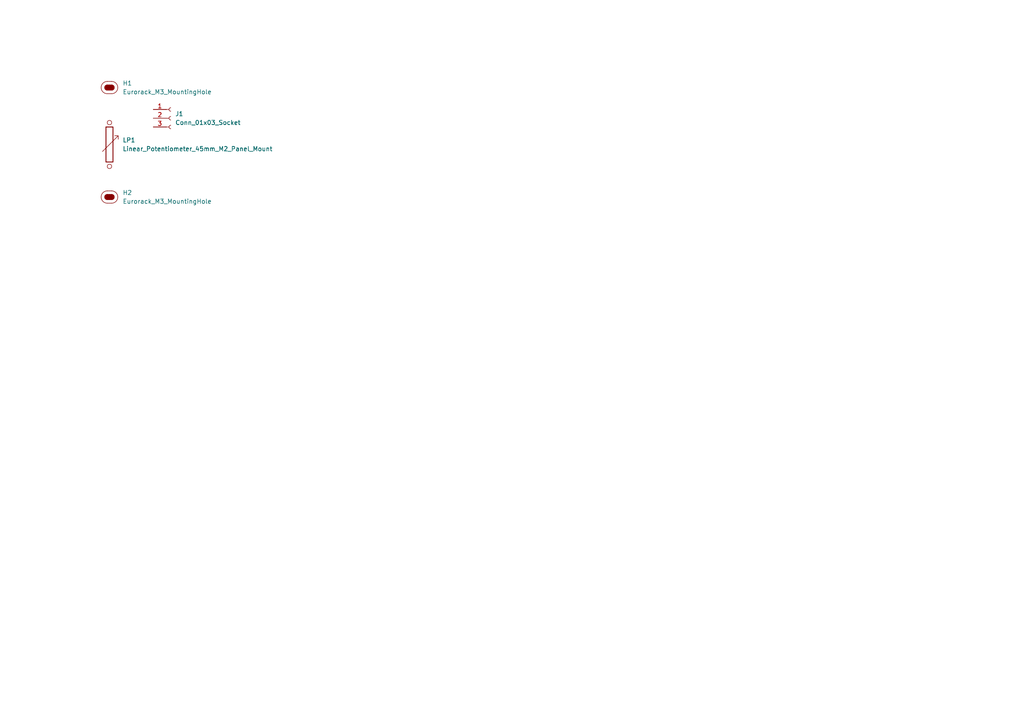
<source format=kicad_sch>
(kicad_sch (version 20231120) (generator "eeschema") (generator_version "8.0")
  (paper "A4")
  (lib_symbols
    (symbol "Connector:Conn_01x03_Socket" (pin_names (offset 1.016) hide)
      (property "Reference" "J" (at 0 5.08 0))
      (property "Value" "Conn_01x03_Socket" (at 0 -5.08 0))
      (symbol "Conn_01x03_Socket_1_1"
        (arc (start 0 -2.032) (mid -0.5058 -2.54) (end 0 -3.048) (stroke (width 0.1524)))
        (polyline (pts (xy -1.27 -2.54) (xy -0.508 -2.54)) (stroke (width 0.1524)))
        (polyline (pts (xy -1.27 0) (xy -0.508 0)) (stroke (width 0.1524)))
        (polyline (pts (xy -1.27 2.54) (xy -0.508 2.54)) (stroke (width 0.1524)))
        (arc (start 0 0.508) (mid -0.5058 0) (end 0 -0.508) (stroke (width 0.1524)))
        (arc (start 0 3.048) (mid -0.5058 2.54) (end 0 2.032) (stroke (width 0.1524)))
        (pin passive line (at -5.08 2.54 0) (length 3.81) (name "Pin_1") (number "1"))
        (pin passive line (at -5.08 0 0) (length 3.81) (name "Pin_2") (number "2"))
        (pin passive line (at -5.08 -2.54 0) (length 3.81) (name "Pin_3") (number "3"))
      )
    )
    (symbol "EXC:Eurorack_M3_MountingHole" (pin_names (offset 1.016)) (exclude_from_sim yes) (in_bom no)
      (property "Reference" "H" (at 0 5.08 0))
      (property "Value" "Eurorack_M3_MountingHole" (at 0 3.175 0))
      (symbol "Eurorack_M3_MountingHole_0_1"
        (circle (center -0.635 0) (radius 0.762) (fill (type outline)))
        (arc (start -0.635 0.762) (mid -1.397 0) (end -0.635 -0.762))
        (arc (start -0.635 1.778) (mid -2.413 0) (end -0.635 -1.778))
        (polyline (pts (xy -0.635 -1.778) (xy 0.635 -1.778)))
        (polyline (pts (xy -0.635 -0.762) (xy 0.635 -0.762)))
        (polyline (pts (xy -0.635 0.762) (xy 0.635 0.762)))
        (polyline (pts (xy 0.635 1.778) (xy -0.635 1.778)))
        (circle (center 0 0) (radius 0.762) (fill (type outline)))
        (arc (start 0.6141 -1.778) (mid 2.4131 0) (end 0.6141 1.778))
        (arc (start 0.6227 -0.762) (mid 1.3971 0) (end 0.6227 0.762))
        (circle (center 0.635 0) (radius 0.762) (fill (type outline)))
      )
    )
    (symbol "EXC:Linear_Potentiometer_45mm_M2_Panel_Mount" (pin_numbers hide) (pin_names (offset 0))
      (property "Reference" "LP" (at 0 8.128 0))
      (property "Value" "Linear_Potentiometer_45mm_M2_Panel_Mount" (at 0.254 -8.636 0))
      (symbol "Linear_Potentiometer_45mm_M2_Panel_Mount_0_1"
        (rectangle (start -1.016 5.08) (end 1.016 -5.08) (stroke (width 0.254)))
        (circle (center 0 -6.35) (radius 0.635))
        (polyline (pts (xy 2.54 1.524) (xy 2.54 2.54) (xy 1.524 2.54) (xy 2.54 2.54) (xy -2.032 -2.032)))
        (circle (center 0 6.35) (radius 0.635))
      )
    )
  )
  (symbol (lib_id "EXC:Eurorack_M3_MountingHole") (at 31.75 57.15 0) (unit 1) (exclude_from_sim yes) (in_bom no)
    (property "Reference" "H2" (at 35.56 55.8799 0) (effects (justify left)))
    (property "Value" "Eurorack_M3_MountingHole" (at 35.56 58.4199 0) (effects (justify left)))
    (property "Footprint" "EXC:MountingHole_3.2mm_M3" (effects (hide yes)))
    (property "Description" "Mounting Hole without connection" (effects (hide yes)))
  )
  (symbol (lib_id "EXC:Linear_Potentiometer_45mm_M2_Panel_Mount") (at 31.75 41.91 0) (unit 1)
    (property "Reference" "LP1" (at 35.56 40.6399 0) (effects (justify left)))
    (property "Value" "Linear_Potentiometer_45mm_M2_Panel_Mount" (at 35.56 43.1799 0) (effects (justify left)))
    (property "Footprint" "EXC:Linear_Potentiometer_45mm_M2_Panel_Mount" (effects (hide yes)))
    (property "Datasheet" "https://cdn-shop.adafruit.com/product-files/4272/P4272+C13403-001+Data+Sheet+.pdf" (effects (hide yes)))
    (property "Description" "Slide Potentiometer with Knob - 45mm Long - 10KΩ. Panel-mounted with 2x M2 screws, 41mm apart." (effects (hide yes)))
    (property "Source" "https://www.adafruit.com/product/4272" (effects (hide yes)))
  )
  (symbol (lib_id "Connector:Conn_01x03_Socket") (at 49.53 34.29 0) (unit 1)
    (property "Reference" "J1" (at 50.8 33.0199 0) (effects (justify left)))
    (property "Value" "Conn_01x03_Socket" (at 50.8 35.5599 0) (effects (justify left)))
    (property "Footprint" "Connector_PinSocket_2.54mm:PinSocket_1x03_P2.54mm_Vertical" (effects (hide yes)))
    (property "Description" "Generic connector, single row, 01x03, script generated" (effects (hide yes)))
  )
  (symbol (lib_id "EXC:Eurorack_M3_MountingHole") (at 31.75 25.4 0) (unit 1) (exclude_from_sim yes) (in_bom no)
    (property "Reference" "H1" (at 35.56 24.1299 0) (effects (justify left)))
    (property "Value" "Eurorack_M3_MountingHole" (at 35.56 26.6699 0) (effects (justify left)))
    (property "Footprint" "EXC:MountingHole_3.2mm_M3" (effects (hide yes)))
    (property "Description" "Mounting Hole without connection" (effects (hide yes)))
  )
)
</source>
